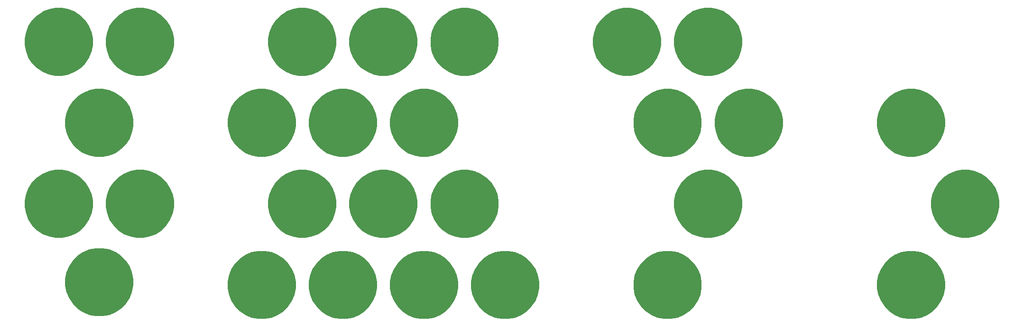
<source format=gbr>
G04 #@! TF.GenerationSoftware,KiCad,Pcbnew,5.1.5+dfsg1-2build2*
G04 #@! TF.CreationDate,2024-05-04T05:39:38+01:00*
G04 #@! TF.ProjectId,touch_kb1,746f7563-685f-46b6-9231-2e6b69636164,rev?*
G04 #@! TF.SameCoordinates,Original*
G04 #@! TF.FileFunction,Soldermask,Top*
G04 #@! TF.FilePolarity,Negative*
%FSLAX46Y46*%
G04 Gerber Fmt 4.6, Leading zero omitted, Abs format (unit mm)*
G04 Created by KiCad (PCBNEW 5.1.5+dfsg1-2build2) date 2024-05-04 05:39:38*
%MOMM*%
%LPD*%
G04 APERTURE LIST*
%ADD10C,0.100000*%
G04 APERTURE END LIST*
D10*
G36*
X143237933Y-101641143D02*
G01*
X144384641Y-102116125D01*
X144384643Y-102116126D01*
X144644397Y-102289688D01*
X145416653Y-102805693D01*
X146294307Y-103683347D01*
X146983875Y-104715359D01*
X147458857Y-105862067D01*
X147701000Y-107079404D01*
X147701000Y-108320596D01*
X147458857Y-109537933D01*
X146983875Y-110684641D01*
X146294307Y-111716653D01*
X145416653Y-112594307D01*
X144644397Y-113110312D01*
X144384643Y-113283874D01*
X144384642Y-113283875D01*
X144384641Y-113283875D01*
X143237933Y-113758857D01*
X142020596Y-114001000D01*
X140779404Y-114001000D01*
X139562067Y-113758857D01*
X138415359Y-113283875D01*
X138415358Y-113283875D01*
X138415357Y-113283874D01*
X138155603Y-113110312D01*
X137383347Y-112594307D01*
X136505693Y-111716653D01*
X135816125Y-110684641D01*
X135341143Y-109537933D01*
X135099000Y-108320596D01*
X135099000Y-107079404D01*
X135341143Y-105862067D01*
X135816125Y-104715359D01*
X136505693Y-103683347D01*
X137383347Y-102805693D01*
X138155603Y-102289688D01*
X138415357Y-102116126D01*
X138415359Y-102116125D01*
X139562067Y-101641143D01*
X140779404Y-101399000D01*
X142020596Y-101399000D01*
X143237933Y-101641143D01*
G37*
G36*
X128237933Y-101641143D02*
G01*
X129384641Y-102116125D01*
X129384643Y-102116126D01*
X129644397Y-102289688D01*
X130416653Y-102805693D01*
X131294307Y-103683347D01*
X131983875Y-104715359D01*
X132458857Y-105862067D01*
X132701000Y-107079404D01*
X132701000Y-108320596D01*
X132458857Y-109537933D01*
X131983875Y-110684641D01*
X131294307Y-111716653D01*
X130416653Y-112594307D01*
X129644397Y-113110312D01*
X129384643Y-113283874D01*
X129384642Y-113283875D01*
X129384641Y-113283875D01*
X128237933Y-113758857D01*
X127020596Y-114001000D01*
X125779404Y-114001000D01*
X124562067Y-113758857D01*
X123415359Y-113283875D01*
X123415358Y-113283875D01*
X123415357Y-113283874D01*
X123155603Y-113110312D01*
X122383347Y-112594307D01*
X121505693Y-111716653D01*
X120816125Y-110684641D01*
X120341143Y-109537933D01*
X120099000Y-108320596D01*
X120099000Y-107079404D01*
X120341143Y-105862067D01*
X120816125Y-104715359D01*
X121505693Y-103683347D01*
X122383347Y-102805693D01*
X123155603Y-102289688D01*
X123415357Y-102116126D01*
X123415359Y-102116125D01*
X124562067Y-101641143D01*
X125779404Y-101399000D01*
X127020596Y-101399000D01*
X128237933Y-101641143D01*
G37*
G36*
X113237933Y-101641143D02*
G01*
X114384641Y-102116125D01*
X114384643Y-102116126D01*
X114644397Y-102289688D01*
X115416653Y-102805693D01*
X116294307Y-103683347D01*
X116983875Y-104715359D01*
X117458857Y-105862067D01*
X117701000Y-107079404D01*
X117701000Y-108320596D01*
X117458857Y-109537933D01*
X116983875Y-110684641D01*
X116294307Y-111716653D01*
X115416653Y-112594307D01*
X114644397Y-113110312D01*
X114384643Y-113283874D01*
X114384642Y-113283875D01*
X114384641Y-113283875D01*
X113237933Y-113758857D01*
X112020596Y-114001000D01*
X110779404Y-114001000D01*
X109562067Y-113758857D01*
X108415359Y-113283875D01*
X108415358Y-113283875D01*
X108415357Y-113283874D01*
X108155603Y-113110312D01*
X107383347Y-112594307D01*
X106505693Y-111716653D01*
X105816125Y-110684641D01*
X105341143Y-109537933D01*
X105099000Y-108320596D01*
X105099000Y-107079404D01*
X105341143Y-105862067D01*
X105816125Y-104715359D01*
X106505693Y-103683347D01*
X107383347Y-102805693D01*
X108155603Y-102289688D01*
X108415357Y-102116126D01*
X108415359Y-102116125D01*
X109562067Y-101641143D01*
X110779404Y-101399000D01*
X112020596Y-101399000D01*
X113237933Y-101641143D01*
G37*
G36*
X98237933Y-101641143D02*
G01*
X99384641Y-102116125D01*
X99384643Y-102116126D01*
X99644397Y-102289688D01*
X100416653Y-102805693D01*
X101294307Y-103683347D01*
X101983875Y-104715359D01*
X102458857Y-105862067D01*
X102701000Y-107079404D01*
X102701000Y-108320596D01*
X102458857Y-109537933D01*
X101983875Y-110684641D01*
X101294307Y-111716653D01*
X100416653Y-112594307D01*
X99644397Y-113110312D01*
X99384643Y-113283874D01*
X99384642Y-113283875D01*
X99384641Y-113283875D01*
X98237933Y-113758857D01*
X97020596Y-114001000D01*
X95779404Y-114001000D01*
X94562067Y-113758857D01*
X93415359Y-113283875D01*
X93415358Y-113283875D01*
X93415357Y-113283874D01*
X93155603Y-113110312D01*
X92383347Y-112594307D01*
X91505693Y-111716653D01*
X90816125Y-110684641D01*
X90341143Y-109537933D01*
X90099000Y-108320596D01*
X90099000Y-107079404D01*
X90341143Y-105862067D01*
X90816125Y-104715359D01*
X91505693Y-103683347D01*
X92383347Y-102805693D01*
X93155603Y-102289688D01*
X93415357Y-102116126D01*
X93415359Y-102116125D01*
X94562067Y-101641143D01*
X95779404Y-101399000D01*
X97020596Y-101399000D01*
X98237933Y-101641143D01*
G37*
G36*
X218237933Y-101641143D02*
G01*
X219384641Y-102116125D01*
X219384643Y-102116126D01*
X219644397Y-102289688D01*
X220416653Y-102805693D01*
X221294307Y-103683347D01*
X221983875Y-104715359D01*
X222458857Y-105862067D01*
X222701000Y-107079404D01*
X222701000Y-108320596D01*
X222458857Y-109537933D01*
X221983875Y-110684641D01*
X221294307Y-111716653D01*
X220416653Y-112594307D01*
X219644397Y-113110312D01*
X219384643Y-113283874D01*
X219384642Y-113283875D01*
X219384641Y-113283875D01*
X218237933Y-113758857D01*
X217020596Y-114001000D01*
X215779404Y-114001000D01*
X214562067Y-113758857D01*
X213415359Y-113283875D01*
X213415358Y-113283875D01*
X213415357Y-113283874D01*
X213155603Y-113110312D01*
X212383347Y-112594307D01*
X211505693Y-111716653D01*
X210816125Y-110684641D01*
X210341143Y-109537933D01*
X210099000Y-108320596D01*
X210099000Y-107079404D01*
X210341143Y-105862067D01*
X210816125Y-104715359D01*
X211505693Y-103683347D01*
X212383347Y-102805693D01*
X213155603Y-102289688D01*
X213415357Y-102116126D01*
X213415359Y-102116125D01*
X214562067Y-101641143D01*
X215779404Y-101399000D01*
X217020596Y-101399000D01*
X218237933Y-101641143D01*
G37*
G36*
X173237933Y-101641143D02*
G01*
X174384641Y-102116125D01*
X174384643Y-102116126D01*
X174644397Y-102289688D01*
X175416653Y-102805693D01*
X176294307Y-103683347D01*
X176983875Y-104715359D01*
X177458857Y-105862067D01*
X177701000Y-107079404D01*
X177701000Y-108320596D01*
X177458857Y-109537933D01*
X176983875Y-110684641D01*
X176294307Y-111716653D01*
X175416653Y-112594307D01*
X174644397Y-113110312D01*
X174384643Y-113283874D01*
X174384642Y-113283875D01*
X174384641Y-113283875D01*
X173237933Y-113758857D01*
X172020596Y-114001000D01*
X170779404Y-114001000D01*
X169562067Y-113758857D01*
X168415359Y-113283875D01*
X168415358Y-113283875D01*
X168415357Y-113283874D01*
X168155603Y-113110312D01*
X167383347Y-112594307D01*
X166505693Y-111716653D01*
X165816125Y-110684641D01*
X165341143Y-109537933D01*
X165099000Y-108320596D01*
X165099000Y-107079404D01*
X165341143Y-105862067D01*
X165816125Y-104715359D01*
X166505693Y-103683347D01*
X167383347Y-102805693D01*
X168155603Y-102289688D01*
X168415357Y-102116126D01*
X168415359Y-102116125D01*
X169562067Y-101641143D01*
X170779404Y-101399000D01*
X172020596Y-101399000D01*
X173237933Y-101641143D01*
G37*
G36*
X68237933Y-101141143D02*
G01*
X69384641Y-101616125D01*
X69384643Y-101616126D01*
X69422085Y-101641144D01*
X70416653Y-102305693D01*
X71294307Y-103183347D01*
X71983875Y-104215359D01*
X72458857Y-105362067D01*
X72701000Y-106579404D01*
X72701000Y-107820596D01*
X72458857Y-109037933D01*
X71983875Y-110184641D01*
X71294307Y-111216653D01*
X70416653Y-112094307D01*
X69668351Y-112594306D01*
X69384643Y-112783874D01*
X69384642Y-112783875D01*
X69384641Y-112783875D01*
X68237933Y-113258857D01*
X67020596Y-113501000D01*
X65779404Y-113501000D01*
X64562067Y-113258857D01*
X63415359Y-112783875D01*
X63415358Y-112783875D01*
X63415357Y-112783874D01*
X63131649Y-112594306D01*
X62383347Y-112094307D01*
X61505693Y-111216653D01*
X60816125Y-110184641D01*
X60341143Y-109037933D01*
X60099000Y-107820596D01*
X60099000Y-106579404D01*
X60341143Y-105362067D01*
X60816125Y-104215359D01*
X61505693Y-103183347D01*
X62383347Y-102305693D01*
X63377915Y-101641144D01*
X63415357Y-101616126D01*
X63415359Y-101616125D01*
X64562067Y-101141143D01*
X65779404Y-100899000D01*
X67020596Y-100899000D01*
X68237933Y-101141143D01*
G37*
G36*
X135737933Y-86641143D02*
G01*
X136884641Y-87116125D01*
X136884643Y-87116126D01*
X137144397Y-87289688D01*
X137916653Y-87805693D01*
X138794307Y-88683347D01*
X139483875Y-89715359D01*
X139958857Y-90862067D01*
X140201000Y-92079404D01*
X140201000Y-93320596D01*
X139958857Y-94537933D01*
X139483875Y-95684641D01*
X138794307Y-96716653D01*
X137916653Y-97594307D01*
X137144397Y-98110312D01*
X136884643Y-98283874D01*
X136884642Y-98283875D01*
X136884641Y-98283875D01*
X135737933Y-98758857D01*
X134520596Y-99001000D01*
X133279404Y-99001000D01*
X132062067Y-98758857D01*
X130915359Y-98283875D01*
X130915358Y-98283875D01*
X130915357Y-98283874D01*
X130655603Y-98110312D01*
X129883347Y-97594307D01*
X129005693Y-96716653D01*
X128316125Y-95684641D01*
X127841143Y-94537933D01*
X127599000Y-93320596D01*
X127599000Y-92079404D01*
X127841143Y-90862067D01*
X128316125Y-89715359D01*
X129005693Y-88683347D01*
X129883347Y-87805693D01*
X130655603Y-87289688D01*
X130915357Y-87116126D01*
X130915359Y-87116125D01*
X132062067Y-86641143D01*
X133279404Y-86399000D01*
X134520596Y-86399000D01*
X135737933Y-86641143D01*
G37*
G36*
X75737933Y-86641143D02*
G01*
X76884641Y-87116125D01*
X76884643Y-87116126D01*
X77144397Y-87289688D01*
X77916653Y-87805693D01*
X78794307Y-88683347D01*
X79483875Y-89715359D01*
X79958857Y-90862067D01*
X80201000Y-92079404D01*
X80201000Y-93320596D01*
X79958857Y-94537933D01*
X79483875Y-95684641D01*
X78794307Y-96716653D01*
X77916653Y-97594307D01*
X77144397Y-98110312D01*
X76884643Y-98283874D01*
X76884642Y-98283875D01*
X76884641Y-98283875D01*
X75737933Y-98758857D01*
X74520596Y-99001000D01*
X73279404Y-99001000D01*
X72062067Y-98758857D01*
X70915359Y-98283875D01*
X70915358Y-98283875D01*
X70915357Y-98283874D01*
X70655603Y-98110312D01*
X69883347Y-97594307D01*
X69005693Y-96716653D01*
X68316125Y-95684641D01*
X67841143Y-94537933D01*
X67599000Y-93320596D01*
X67599000Y-92079404D01*
X67841143Y-90862067D01*
X68316125Y-89715359D01*
X69005693Y-88683347D01*
X69883347Y-87805693D01*
X70655603Y-87289688D01*
X70915357Y-87116126D01*
X70915359Y-87116125D01*
X72062067Y-86641143D01*
X73279404Y-86399000D01*
X74520596Y-86399000D01*
X75737933Y-86641143D01*
G37*
G36*
X105737933Y-86641143D02*
G01*
X106884641Y-87116125D01*
X106884643Y-87116126D01*
X107144397Y-87289688D01*
X107916653Y-87805693D01*
X108794307Y-88683347D01*
X109483875Y-89715359D01*
X109958857Y-90862067D01*
X110201000Y-92079404D01*
X110201000Y-93320596D01*
X109958857Y-94537933D01*
X109483875Y-95684641D01*
X108794307Y-96716653D01*
X107916653Y-97594307D01*
X107144397Y-98110312D01*
X106884643Y-98283874D01*
X106884642Y-98283875D01*
X106884641Y-98283875D01*
X105737933Y-98758857D01*
X104520596Y-99001000D01*
X103279404Y-99001000D01*
X102062067Y-98758857D01*
X100915359Y-98283875D01*
X100915358Y-98283875D01*
X100915357Y-98283874D01*
X100655603Y-98110312D01*
X99883347Y-97594307D01*
X99005693Y-96716653D01*
X98316125Y-95684641D01*
X97841143Y-94537933D01*
X97599000Y-93320596D01*
X97599000Y-92079404D01*
X97841143Y-90862067D01*
X98316125Y-89715359D01*
X99005693Y-88683347D01*
X99883347Y-87805693D01*
X100655603Y-87289688D01*
X100915357Y-87116126D01*
X100915359Y-87116125D01*
X102062067Y-86641143D01*
X103279404Y-86399000D01*
X104520596Y-86399000D01*
X105737933Y-86641143D01*
G37*
G36*
X120737933Y-86641143D02*
G01*
X121884641Y-87116125D01*
X121884643Y-87116126D01*
X122144397Y-87289688D01*
X122916653Y-87805693D01*
X123794307Y-88683347D01*
X124483875Y-89715359D01*
X124958857Y-90862067D01*
X125201000Y-92079404D01*
X125201000Y-93320596D01*
X124958857Y-94537933D01*
X124483875Y-95684641D01*
X123794307Y-96716653D01*
X122916653Y-97594307D01*
X122144397Y-98110312D01*
X121884643Y-98283874D01*
X121884642Y-98283875D01*
X121884641Y-98283875D01*
X120737933Y-98758857D01*
X119520596Y-99001000D01*
X118279404Y-99001000D01*
X117062067Y-98758857D01*
X115915359Y-98283875D01*
X115915358Y-98283875D01*
X115915357Y-98283874D01*
X115655603Y-98110312D01*
X114883347Y-97594307D01*
X114005693Y-96716653D01*
X113316125Y-95684641D01*
X112841143Y-94537933D01*
X112599000Y-93320596D01*
X112599000Y-92079404D01*
X112841143Y-90862067D01*
X113316125Y-89715359D01*
X114005693Y-88683347D01*
X114883347Y-87805693D01*
X115655603Y-87289688D01*
X115915357Y-87116126D01*
X115915359Y-87116125D01*
X117062067Y-86641143D01*
X118279404Y-86399000D01*
X119520596Y-86399000D01*
X120737933Y-86641143D01*
G37*
G36*
X228237933Y-86641143D02*
G01*
X229384641Y-87116125D01*
X229384643Y-87116126D01*
X229644397Y-87289688D01*
X230416653Y-87805693D01*
X231294307Y-88683347D01*
X231983875Y-89715359D01*
X232458857Y-90862067D01*
X232701000Y-92079404D01*
X232701000Y-93320596D01*
X232458857Y-94537933D01*
X231983875Y-95684641D01*
X231294307Y-96716653D01*
X230416653Y-97594307D01*
X229644397Y-98110312D01*
X229384643Y-98283874D01*
X229384642Y-98283875D01*
X229384641Y-98283875D01*
X228237933Y-98758857D01*
X227020596Y-99001000D01*
X225779404Y-99001000D01*
X224562067Y-98758857D01*
X223415359Y-98283875D01*
X223415358Y-98283875D01*
X223415357Y-98283874D01*
X223155603Y-98110312D01*
X222383347Y-97594307D01*
X221505693Y-96716653D01*
X220816125Y-95684641D01*
X220341143Y-94537933D01*
X220099000Y-93320596D01*
X220099000Y-92079404D01*
X220341143Y-90862067D01*
X220816125Y-89715359D01*
X221505693Y-88683347D01*
X222383347Y-87805693D01*
X223155603Y-87289688D01*
X223415357Y-87116126D01*
X223415359Y-87116125D01*
X224562067Y-86641143D01*
X225779404Y-86399000D01*
X227020596Y-86399000D01*
X228237933Y-86641143D01*
G37*
G36*
X180737933Y-86641143D02*
G01*
X181884641Y-87116125D01*
X181884643Y-87116126D01*
X182144397Y-87289688D01*
X182916653Y-87805693D01*
X183794307Y-88683347D01*
X184483875Y-89715359D01*
X184958857Y-90862067D01*
X185201000Y-92079404D01*
X185201000Y-93320596D01*
X184958857Y-94537933D01*
X184483875Y-95684641D01*
X183794307Y-96716653D01*
X182916653Y-97594307D01*
X182144397Y-98110312D01*
X181884643Y-98283874D01*
X181884642Y-98283875D01*
X181884641Y-98283875D01*
X180737933Y-98758857D01*
X179520596Y-99001000D01*
X178279404Y-99001000D01*
X177062067Y-98758857D01*
X175915359Y-98283875D01*
X175915358Y-98283875D01*
X175915357Y-98283874D01*
X175655603Y-98110312D01*
X174883347Y-97594307D01*
X174005693Y-96716653D01*
X173316125Y-95684641D01*
X172841143Y-94537933D01*
X172599000Y-93320596D01*
X172599000Y-92079404D01*
X172841143Y-90862067D01*
X173316125Y-89715359D01*
X174005693Y-88683347D01*
X174883347Y-87805693D01*
X175655603Y-87289688D01*
X175915357Y-87116126D01*
X175915359Y-87116125D01*
X177062067Y-86641143D01*
X178279404Y-86399000D01*
X179520596Y-86399000D01*
X180737933Y-86641143D01*
G37*
G36*
X60737933Y-86641143D02*
G01*
X61884641Y-87116125D01*
X61884643Y-87116126D01*
X62144397Y-87289688D01*
X62916653Y-87805693D01*
X63794307Y-88683347D01*
X64483875Y-89715359D01*
X64958857Y-90862067D01*
X65201000Y-92079404D01*
X65201000Y-93320596D01*
X64958857Y-94537933D01*
X64483875Y-95684641D01*
X63794307Y-96716653D01*
X62916653Y-97594307D01*
X62144397Y-98110312D01*
X61884643Y-98283874D01*
X61884642Y-98283875D01*
X61884641Y-98283875D01*
X60737933Y-98758857D01*
X59520596Y-99001000D01*
X58279404Y-99001000D01*
X57062067Y-98758857D01*
X55915359Y-98283875D01*
X55915358Y-98283875D01*
X55915357Y-98283874D01*
X55655603Y-98110312D01*
X54883347Y-97594307D01*
X54005693Y-96716653D01*
X53316125Y-95684641D01*
X52841143Y-94537933D01*
X52599000Y-93320596D01*
X52599000Y-92079404D01*
X52841143Y-90862067D01*
X53316125Y-89715359D01*
X54005693Y-88683347D01*
X54883347Y-87805693D01*
X55655603Y-87289688D01*
X55915357Y-87116126D01*
X55915359Y-87116125D01*
X57062067Y-86641143D01*
X58279404Y-86399000D01*
X59520596Y-86399000D01*
X60737933Y-86641143D01*
G37*
G36*
X68237933Y-71641143D02*
G01*
X69384641Y-72116125D01*
X69384643Y-72116126D01*
X69644397Y-72289688D01*
X70416653Y-72805693D01*
X71294307Y-73683347D01*
X71983875Y-74715359D01*
X72458857Y-75862067D01*
X72701000Y-77079404D01*
X72701000Y-78320596D01*
X72458857Y-79537933D01*
X71983875Y-80684641D01*
X71294307Y-81716653D01*
X70416653Y-82594307D01*
X69644397Y-83110312D01*
X69384643Y-83283874D01*
X69384642Y-83283875D01*
X69384641Y-83283875D01*
X68237933Y-83758857D01*
X67020596Y-84001000D01*
X65779404Y-84001000D01*
X64562067Y-83758857D01*
X63415359Y-83283875D01*
X63415358Y-83283875D01*
X63415357Y-83283874D01*
X63155603Y-83110312D01*
X62383347Y-82594307D01*
X61505693Y-81716653D01*
X60816125Y-80684641D01*
X60341143Y-79537933D01*
X60099000Y-78320596D01*
X60099000Y-77079404D01*
X60341143Y-75862067D01*
X60816125Y-74715359D01*
X61505693Y-73683347D01*
X62383347Y-72805693D01*
X63155603Y-72289688D01*
X63415357Y-72116126D01*
X63415359Y-72116125D01*
X64562067Y-71641143D01*
X65779404Y-71399000D01*
X67020596Y-71399000D01*
X68237933Y-71641143D01*
G37*
G36*
X98237933Y-71641143D02*
G01*
X99384641Y-72116125D01*
X99384643Y-72116126D01*
X99644397Y-72289688D01*
X100416653Y-72805693D01*
X101294307Y-73683347D01*
X101983875Y-74715359D01*
X102458857Y-75862067D01*
X102701000Y-77079404D01*
X102701000Y-78320596D01*
X102458857Y-79537933D01*
X101983875Y-80684641D01*
X101294307Y-81716653D01*
X100416653Y-82594307D01*
X99644397Y-83110312D01*
X99384643Y-83283874D01*
X99384642Y-83283875D01*
X99384641Y-83283875D01*
X98237933Y-83758857D01*
X97020596Y-84001000D01*
X95779404Y-84001000D01*
X94562067Y-83758857D01*
X93415359Y-83283875D01*
X93415358Y-83283875D01*
X93415357Y-83283874D01*
X93155603Y-83110312D01*
X92383347Y-82594307D01*
X91505693Y-81716653D01*
X90816125Y-80684641D01*
X90341143Y-79537933D01*
X90099000Y-78320596D01*
X90099000Y-77079404D01*
X90341143Y-75862067D01*
X90816125Y-74715359D01*
X91505693Y-73683347D01*
X92383347Y-72805693D01*
X93155603Y-72289688D01*
X93415357Y-72116126D01*
X93415359Y-72116125D01*
X94562067Y-71641143D01*
X95779404Y-71399000D01*
X97020596Y-71399000D01*
X98237933Y-71641143D01*
G37*
G36*
X113237933Y-71641143D02*
G01*
X114384641Y-72116125D01*
X114384643Y-72116126D01*
X114644397Y-72289688D01*
X115416653Y-72805693D01*
X116294307Y-73683347D01*
X116983875Y-74715359D01*
X117458857Y-75862067D01*
X117701000Y-77079404D01*
X117701000Y-78320596D01*
X117458857Y-79537933D01*
X116983875Y-80684641D01*
X116294307Y-81716653D01*
X115416653Y-82594307D01*
X114644397Y-83110312D01*
X114384643Y-83283874D01*
X114384642Y-83283875D01*
X114384641Y-83283875D01*
X113237933Y-83758857D01*
X112020596Y-84001000D01*
X110779404Y-84001000D01*
X109562067Y-83758857D01*
X108415359Y-83283875D01*
X108415358Y-83283875D01*
X108415357Y-83283874D01*
X108155603Y-83110312D01*
X107383347Y-82594307D01*
X106505693Y-81716653D01*
X105816125Y-80684641D01*
X105341143Y-79537933D01*
X105099000Y-78320596D01*
X105099000Y-77079404D01*
X105341143Y-75862067D01*
X105816125Y-74715359D01*
X106505693Y-73683347D01*
X107383347Y-72805693D01*
X108155603Y-72289688D01*
X108415357Y-72116126D01*
X108415359Y-72116125D01*
X109562067Y-71641143D01*
X110779404Y-71399000D01*
X112020596Y-71399000D01*
X113237933Y-71641143D01*
G37*
G36*
X128237933Y-71641143D02*
G01*
X129384641Y-72116125D01*
X129384643Y-72116126D01*
X129644397Y-72289688D01*
X130416653Y-72805693D01*
X131294307Y-73683347D01*
X131983875Y-74715359D01*
X132458857Y-75862067D01*
X132701000Y-77079404D01*
X132701000Y-78320596D01*
X132458857Y-79537933D01*
X131983875Y-80684641D01*
X131294307Y-81716653D01*
X130416653Y-82594307D01*
X129644397Y-83110312D01*
X129384643Y-83283874D01*
X129384642Y-83283875D01*
X129384641Y-83283875D01*
X128237933Y-83758857D01*
X127020596Y-84001000D01*
X125779404Y-84001000D01*
X124562067Y-83758857D01*
X123415359Y-83283875D01*
X123415358Y-83283875D01*
X123415357Y-83283874D01*
X123155603Y-83110312D01*
X122383347Y-82594307D01*
X121505693Y-81716653D01*
X120816125Y-80684641D01*
X120341143Y-79537933D01*
X120099000Y-78320596D01*
X120099000Y-77079404D01*
X120341143Y-75862067D01*
X120816125Y-74715359D01*
X121505693Y-73683347D01*
X122383347Y-72805693D01*
X123155603Y-72289688D01*
X123415357Y-72116126D01*
X123415359Y-72116125D01*
X124562067Y-71641143D01*
X125779404Y-71399000D01*
X127020596Y-71399000D01*
X128237933Y-71641143D01*
G37*
G36*
X173237933Y-71641143D02*
G01*
X174384641Y-72116125D01*
X174384643Y-72116126D01*
X174644397Y-72289688D01*
X175416653Y-72805693D01*
X176294307Y-73683347D01*
X176983875Y-74715359D01*
X177458857Y-75862067D01*
X177701000Y-77079404D01*
X177701000Y-78320596D01*
X177458857Y-79537933D01*
X176983875Y-80684641D01*
X176294307Y-81716653D01*
X175416653Y-82594307D01*
X174644397Y-83110312D01*
X174384643Y-83283874D01*
X174384642Y-83283875D01*
X174384641Y-83283875D01*
X173237933Y-83758857D01*
X172020596Y-84001000D01*
X170779404Y-84001000D01*
X169562067Y-83758857D01*
X168415359Y-83283875D01*
X168415358Y-83283875D01*
X168415357Y-83283874D01*
X168155603Y-83110312D01*
X167383347Y-82594307D01*
X166505693Y-81716653D01*
X165816125Y-80684641D01*
X165341143Y-79537933D01*
X165099000Y-78320596D01*
X165099000Y-77079404D01*
X165341143Y-75862067D01*
X165816125Y-74715359D01*
X166505693Y-73683347D01*
X167383347Y-72805693D01*
X168155603Y-72289688D01*
X168415357Y-72116126D01*
X168415359Y-72116125D01*
X169562067Y-71641143D01*
X170779404Y-71399000D01*
X172020596Y-71399000D01*
X173237933Y-71641143D01*
G37*
G36*
X188237933Y-71641143D02*
G01*
X189384641Y-72116125D01*
X189384643Y-72116126D01*
X189644397Y-72289688D01*
X190416653Y-72805693D01*
X191294307Y-73683347D01*
X191983875Y-74715359D01*
X192458857Y-75862067D01*
X192701000Y-77079404D01*
X192701000Y-78320596D01*
X192458857Y-79537933D01*
X191983875Y-80684641D01*
X191294307Y-81716653D01*
X190416653Y-82594307D01*
X189644397Y-83110312D01*
X189384643Y-83283874D01*
X189384642Y-83283875D01*
X189384641Y-83283875D01*
X188237933Y-83758857D01*
X187020596Y-84001000D01*
X185779404Y-84001000D01*
X184562067Y-83758857D01*
X183415359Y-83283875D01*
X183415358Y-83283875D01*
X183415357Y-83283874D01*
X183155603Y-83110312D01*
X182383347Y-82594307D01*
X181505693Y-81716653D01*
X180816125Y-80684641D01*
X180341143Y-79537933D01*
X180099000Y-78320596D01*
X180099000Y-77079404D01*
X180341143Y-75862067D01*
X180816125Y-74715359D01*
X181505693Y-73683347D01*
X182383347Y-72805693D01*
X183155603Y-72289688D01*
X183415357Y-72116126D01*
X183415359Y-72116125D01*
X184562067Y-71641143D01*
X185779404Y-71399000D01*
X187020596Y-71399000D01*
X188237933Y-71641143D01*
G37*
G36*
X218237933Y-71641143D02*
G01*
X219384641Y-72116125D01*
X219384643Y-72116126D01*
X219644397Y-72289688D01*
X220416653Y-72805693D01*
X221294307Y-73683347D01*
X221983875Y-74715359D01*
X222458857Y-75862067D01*
X222701000Y-77079404D01*
X222701000Y-78320596D01*
X222458857Y-79537933D01*
X221983875Y-80684641D01*
X221294307Y-81716653D01*
X220416653Y-82594307D01*
X219644397Y-83110312D01*
X219384643Y-83283874D01*
X219384642Y-83283875D01*
X219384641Y-83283875D01*
X218237933Y-83758857D01*
X217020596Y-84001000D01*
X215779404Y-84001000D01*
X214562067Y-83758857D01*
X213415359Y-83283875D01*
X213415358Y-83283875D01*
X213415357Y-83283874D01*
X213155603Y-83110312D01*
X212383347Y-82594307D01*
X211505693Y-81716653D01*
X210816125Y-80684641D01*
X210341143Y-79537933D01*
X210099000Y-78320596D01*
X210099000Y-77079404D01*
X210341143Y-75862067D01*
X210816125Y-74715359D01*
X211505693Y-73683347D01*
X212383347Y-72805693D01*
X213155603Y-72289688D01*
X213415357Y-72116126D01*
X213415359Y-72116125D01*
X214562067Y-71641143D01*
X215779404Y-71399000D01*
X217020596Y-71399000D01*
X218237933Y-71641143D01*
G37*
G36*
X165737933Y-56641143D02*
G01*
X166884641Y-57116125D01*
X166884643Y-57116126D01*
X167144397Y-57289688D01*
X167916653Y-57805693D01*
X168794307Y-58683347D01*
X169483875Y-59715359D01*
X169958857Y-60862067D01*
X170201000Y-62079404D01*
X170201000Y-63320596D01*
X169958857Y-64537933D01*
X169483875Y-65684641D01*
X168794307Y-66716653D01*
X167916653Y-67594307D01*
X167144396Y-68110312D01*
X166884643Y-68283874D01*
X166884642Y-68283875D01*
X166884641Y-68283875D01*
X165737933Y-68758857D01*
X164520596Y-69001000D01*
X163279404Y-69001000D01*
X162062067Y-68758857D01*
X160915359Y-68283875D01*
X160915358Y-68283875D01*
X160915357Y-68283874D01*
X160655603Y-68110312D01*
X159883347Y-67594307D01*
X159005693Y-66716653D01*
X158316125Y-65684641D01*
X157841143Y-64537933D01*
X157599000Y-63320596D01*
X157599000Y-62079404D01*
X157841143Y-60862067D01*
X158316125Y-59715359D01*
X159005693Y-58683347D01*
X159883347Y-57805693D01*
X160655603Y-57289688D01*
X160915357Y-57116126D01*
X160915359Y-57116125D01*
X162062067Y-56641143D01*
X163279404Y-56399000D01*
X164520596Y-56399000D01*
X165737933Y-56641143D01*
G37*
G36*
X120737933Y-56641143D02*
G01*
X121884641Y-57116125D01*
X121884643Y-57116126D01*
X122144397Y-57289688D01*
X122916653Y-57805693D01*
X123794307Y-58683347D01*
X124483875Y-59715359D01*
X124958857Y-60862067D01*
X125201000Y-62079404D01*
X125201000Y-63320596D01*
X124958857Y-64537933D01*
X124483875Y-65684641D01*
X123794307Y-66716653D01*
X122916653Y-67594307D01*
X122144397Y-68110312D01*
X121884643Y-68283874D01*
X121884642Y-68283875D01*
X121884641Y-68283875D01*
X120737933Y-68758857D01*
X119520596Y-69001000D01*
X118279404Y-69001000D01*
X117062067Y-68758857D01*
X115915359Y-68283875D01*
X115915358Y-68283875D01*
X115915357Y-68283874D01*
X115655603Y-68110312D01*
X114883347Y-67594307D01*
X114005693Y-66716653D01*
X113316125Y-65684641D01*
X112841143Y-64537933D01*
X112599000Y-63320596D01*
X112599000Y-62079404D01*
X112841143Y-60862067D01*
X113316125Y-59715359D01*
X114005693Y-58683347D01*
X114883347Y-57805693D01*
X115655603Y-57289688D01*
X115915357Y-57116126D01*
X115915359Y-57116125D01*
X117062067Y-56641143D01*
X118279404Y-56399000D01*
X119520596Y-56399000D01*
X120737933Y-56641143D01*
G37*
G36*
X105737933Y-56641143D02*
G01*
X106884641Y-57116125D01*
X106884643Y-57116126D01*
X107144397Y-57289688D01*
X107916653Y-57805693D01*
X108794307Y-58683347D01*
X109483875Y-59715359D01*
X109958857Y-60862067D01*
X110201000Y-62079404D01*
X110201000Y-63320596D01*
X109958857Y-64537933D01*
X109483875Y-65684641D01*
X108794307Y-66716653D01*
X107916653Y-67594307D01*
X107144397Y-68110312D01*
X106884643Y-68283874D01*
X106884642Y-68283875D01*
X106884641Y-68283875D01*
X105737933Y-68758857D01*
X104520596Y-69001000D01*
X103279404Y-69001000D01*
X102062067Y-68758857D01*
X100915359Y-68283875D01*
X100915358Y-68283875D01*
X100915357Y-68283874D01*
X100655603Y-68110312D01*
X99883347Y-67594307D01*
X99005693Y-66716653D01*
X98316125Y-65684641D01*
X97841143Y-64537933D01*
X97599000Y-63320596D01*
X97599000Y-62079404D01*
X97841143Y-60862067D01*
X98316125Y-59715359D01*
X99005693Y-58683347D01*
X99883347Y-57805693D01*
X100655603Y-57289688D01*
X100915357Y-57116126D01*
X100915359Y-57116125D01*
X102062067Y-56641143D01*
X103279404Y-56399000D01*
X104520596Y-56399000D01*
X105737933Y-56641143D01*
G37*
G36*
X60737933Y-56641143D02*
G01*
X61884641Y-57116125D01*
X61884643Y-57116126D01*
X62144397Y-57289688D01*
X62916653Y-57805693D01*
X63794307Y-58683347D01*
X64483875Y-59715359D01*
X64958857Y-60862067D01*
X65201000Y-62079404D01*
X65201000Y-63320596D01*
X64958857Y-64537933D01*
X64483875Y-65684641D01*
X63794307Y-66716653D01*
X62916653Y-67594307D01*
X62144397Y-68110312D01*
X61884643Y-68283874D01*
X61884642Y-68283875D01*
X61884641Y-68283875D01*
X60737933Y-68758857D01*
X59520596Y-69001000D01*
X58279404Y-69001000D01*
X57062067Y-68758857D01*
X55915359Y-68283875D01*
X55915358Y-68283875D01*
X55915357Y-68283874D01*
X55655603Y-68110312D01*
X54883347Y-67594307D01*
X54005693Y-66716653D01*
X53316125Y-65684641D01*
X52841143Y-64537933D01*
X52599000Y-63320596D01*
X52599000Y-62079404D01*
X52841143Y-60862067D01*
X53316125Y-59715359D01*
X54005693Y-58683347D01*
X54883347Y-57805693D01*
X55655603Y-57289688D01*
X55915357Y-57116126D01*
X55915359Y-57116125D01*
X57062067Y-56641143D01*
X58279404Y-56399000D01*
X59520596Y-56399000D01*
X60737933Y-56641143D01*
G37*
G36*
X180737933Y-56641143D02*
G01*
X181884641Y-57116125D01*
X181884643Y-57116126D01*
X182144397Y-57289688D01*
X182916653Y-57805693D01*
X183794307Y-58683347D01*
X184483875Y-59715359D01*
X184958857Y-60862067D01*
X185201000Y-62079404D01*
X185201000Y-63320596D01*
X184958857Y-64537933D01*
X184483875Y-65684641D01*
X183794307Y-66716653D01*
X182916653Y-67594307D01*
X182144396Y-68110312D01*
X181884643Y-68283874D01*
X181884642Y-68283875D01*
X181884641Y-68283875D01*
X180737933Y-68758857D01*
X179520596Y-69001000D01*
X178279404Y-69001000D01*
X177062067Y-68758857D01*
X175915359Y-68283875D01*
X175915358Y-68283875D01*
X175915357Y-68283874D01*
X175655603Y-68110312D01*
X174883347Y-67594307D01*
X174005693Y-66716653D01*
X173316125Y-65684641D01*
X172841143Y-64537933D01*
X172599000Y-63320596D01*
X172599000Y-62079404D01*
X172841143Y-60862067D01*
X173316125Y-59715359D01*
X174005693Y-58683347D01*
X174883347Y-57805693D01*
X175655603Y-57289688D01*
X175915357Y-57116126D01*
X175915359Y-57116125D01*
X177062067Y-56641143D01*
X178279404Y-56399000D01*
X179520596Y-56399000D01*
X180737933Y-56641143D01*
G37*
G36*
X75737933Y-56641143D02*
G01*
X76884641Y-57116125D01*
X76884643Y-57116126D01*
X77144397Y-57289688D01*
X77916653Y-57805693D01*
X78794307Y-58683347D01*
X79483875Y-59715359D01*
X79958857Y-60862067D01*
X80201000Y-62079404D01*
X80201000Y-63320596D01*
X79958857Y-64537933D01*
X79483875Y-65684641D01*
X78794307Y-66716653D01*
X77916653Y-67594307D01*
X77144397Y-68110312D01*
X76884643Y-68283874D01*
X76884642Y-68283875D01*
X76884641Y-68283875D01*
X75737933Y-68758857D01*
X74520596Y-69001000D01*
X73279404Y-69001000D01*
X72062067Y-68758857D01*
X70915359Y-68283875D01*
X70915358Y-68283875D01*
X70915357Y-68283874D01*
X70655603Y-68110312D01*
X69883347Y-67594307D01*
X69005693Y-66716653D01*
X68316125Y-65684641D01*
X67841143Y-64537933D01*
X67599000Y-63320596D01*
X67599000Y-62079404D01*
X67841143Y-60862067D01*
X68316125Y-59715359D01*
X69005693Y-58683347D01*
X69883347Y-57805693D01*
X70655603Y-57289688D01*
X70915357Y-57116126D01*
X70915359Y-57116125D01*
X72062067Y-56641143D01*
X73279404Y-56399000D01*
X74520596Y-56399000D01*
X75737933Y-56641143D01*
G37*
G36*
X135737933Y-56641143D02*
G01*
X136884641Y-57116125D01*
X136884643Y-57116126D01*
X137144397Y-57289688D01*
X137916653Y-57805693D01*
X138794307Y-58683347D01*
X139483875Y-59715359D01*
X139958857Y-60862067D01*
X140201000Y-62079404D01*
X140201000Y-63320596D01*
X139958857Y-64537933D01*
X139483875Y-65684641D01*
X138794307Y-66716653D01*
X137916653Y-67594307D01*
X137144397Y-68110312D01*
X136884643Y-68283874D01*
X136884642Y-68283875D01*
X136884641Y-68283875D01*
X135737933Y-68758857D01*
X134520596Y-69001000D01*
X133279404Y-69001000D01*
X132062067Y-68758857D01*
X130915359Y-68283875D01*
X130915358Y-68283875D01*
X130915357Y-68283874D01*
X130655603Y-68110312D01*
X129883347Y-67594307D01*
X129005693Y-66716653D01*
X128316125Y-65684641D01*
X127841143Y-64537933D01*
X127599000Y-63320596D01*
X127599000Y-62079404D01*
X127841143Y-60862067D01*
X128316125Y-59715359D01*
X129005693Y-58683347D01*
X129883347Y-57805693D01*
X130655603Y-57289688D01*
X130915357Y-57116126D01*
X130915359Y-57116125D01*
X132062067Y-56641143D01*
X133279404Y-56399000D01*
X134520596Y-56399000D01*
X135737933Y-56641143D01*
G37*
M02*

</source>
